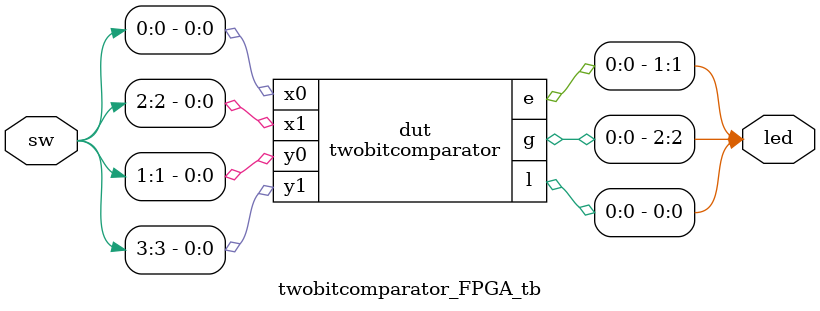
<source format=v>
`timescale 1ns / 1ps
module bitcomparator(x,y,g,e,l);
input x,y;
output g,e,l;
assign g = x&~y;
assign e = ~(x^y);
assign l = ~x&y;
endmodule

module twobitcomparator(x0,x1,y0,y1,g,e,l);
input x0,x1,y0,y1;
output g,e,l;
assign g = (x1&~y1)|(x0&~y1&~y0)|(x1&x0&~y0);
assign e = (~(x0^y0))&(~(x1^y1));
assign l = (~x1&y1)|(~x0&y1&y0)|(~x1&~x0&y0);
endmodule


module twobitcomparator_FPGA_tb(input [15:0]sw, output [15:0]led);
twobitcomparator dut(
    .x0(sw[0]),.y0(sw[1]),.x1(sw[2]),.y1(sw[3]),.g(led[2]),.e(led[1]),.l(led[0])
    );
endmodule

</source>
